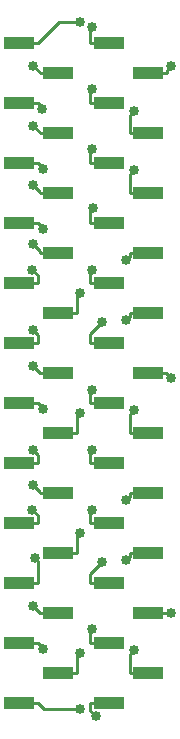
<source format=gbl>
G04 #@! TF.FileFunction,Copper,L2,Bot,Signal*
%FSLAX46Y46*%
G04 Gerber Fmt 4.6, Leading zero omitted, Abs format (unit mm)*
G04 Created by KiCad (PCBNEW 4.0.7-e2-6376~58~ubuntu16.04.1) date Sat Jan 13 09:47:37 2018*
%MOMM*%
%LPD*%
G01*
G04 APERTURE LIST*
%ADD10C,0.100000*%
%ADD11R,2.510000X1.000000*%
%ADD12C,0.850000*%
%ADD13C,0.250000*%
G04 APERTURE END LIST*
D10*
D11*
X143510000Y-81280000D03*
X143510000Y-86360000D03*
X143510000Y-91440000D03*
X143510000Y-96520000D03*
X143510000Y-101600000D03*
X143510000Y-106680000D03*
X143510000Y-111760000D03*
X143510000Y-116840000D03*
X143510000Y-121920000D03*
X143510000Y-127000000D03*
X143510000Y-132080000D03*
X140200000Y-78740000D03*
X140200000Y-83820000D03*
X140200000Y-88900000D03*
X140200000Y-93980000D03*
X140200000Y-99060000D03*
X140200000Y-104140000D03*
X140200000Y-109220000D03*
X140200000Y-114300000D03*
X140200000Y-119380000D03*
X140200000Y-124460000D03*
X140200000Y-129540000D03*
X140200000Y-134620000D03*
X135890000Y-81280000D03*
X135890000Y-86360000D03*
X135890000Y-91440000D03*
X135890000Y-96520000D03*
X135890000Y-101600000D03*
X135890000Y-106680000D03*
X135890000Y-111760000D03*
X135890000Y-116840000D03*
X135890000Y-121920000D03*
X135890000Y-127000000D03*
X135890000Y-132080000D03*
X132580000Y-78740000D03*
X132580000Y-83820000D03*
X132580000Y-88900000D03*
X132580000Y-93980000D03*
X132580000Y-99060000D03*
X132580000Y-104140000D03*
X132580000Y-109220000D03*
X132580000Y-114300000D03*
X132580000Y-119380000D03*
X132580000Y-124460000D03*
X132580000Y-129540000D03*
X132580000Y-134620000D03*
D12*
X145402500Y-80682100D03*
X142280700Y-84464400D03*
X142280700Y-89535000D03*
X141622600Y-97155000D03*
X141622600Y-102235000D03*
X145402500Y-107132500D03*
X142280700Y-109855000D03*
X141622600Y-117475000D03*
X141622600Y-122555000D03*
X145402500Y-127000000D03*
X142280700Y-130175000D03*
X138771300Y-77375000D03*
X138710600Y-82675900D03*
X138710600Y-87755900D03*
X138799600Y-92739900D03*
X138710600Y-97925500D03*
X139617500Y-102355300D03*
X138710600Y-108088700D03*
X138771300Y-113170900D03*
X138710600Y-118245500D03*
X139617500Y-122675300D03*
X138710600Y-128395900D03*
X139104700Y-135754300D03*
X137715300Y-76962800D03*
X133758700Y-80684700D03*
X134482600Y-84325100D03*
X133754200Y-85764700D03*
X134580600Y-89416000D03*
X133754300Y-90805000D03*
X134580600Y-94496000D03*
X133761300Y-95798700D03*
X133703900Y-97924900D03*
X137715300Y-99904200D03*
X133722500Y-103000500D03*
X133754100Y-106124400D03*
X134580600Y-109736000D03*
X137715300Y-110043000D03*
X133727100Y-113170900D03*
X133756600Y-116205000D03*
X133661700Y-118240100D03*
X137715300Y-120201200D03*
X133964400Y-122370600D03*
X133754100Y-126444400D03*
X134580600Y-130056000D03*
X137715300Y-130363000D03*
X137715300Y-135124900D03*
D13*
X145090300Y-80994300D02*
X145090300Y-81280000D01*
X145402500Y-80682100D02*
X145090300Y-80994300D01*
X143510000Y-81280000D02*
X145090300Y-81280000D01*
X141929700Y-84815400D02*
X141929700Y-86360000D01*
X142280700Y-84464400D02*
X141929700Y-84815400D01*
X143510000Y-86360000D02*
X141929700Y-86360000D01*
X141929700Y-89886000D02*
X141929700Y-91440000D01*
X142280700Y-89535000D02*
X141929700Y-89886000D01*
X143510000Y-91440000D02*
X141929700Y-91440000D01*
X143510000Y-96520000D02*
X141929700Y-96520000D01*
X141929700Y-96847900D02*
X141622600Y-97155000D01*
X141929700Y-96520000D02*
X141929700Y-96847900D01*
X143510000Y-101600000D02*
X141929700Y-101600000D01*
X141929700Y-101927900D02*
X141622600Y-102235000D01*
X141929700Y-101600000D02*
X141929700Y-101927900D01*
X145090300Y-106820300D02*
X145090300Y-106680000D01*
X145402500Y-107132500D02*
X145090300Y-106820300D01*
X143510000Y-106680000D02*
X145090300Y-106680000D01*
X141929700Y-110206000D02*
X141929700Y-111760000D01*
X142280700Y-109855000D02*
X141929700Y-110206000D01*
X143510000Y-111760000D02*
X141929700Y-111760000D01*
X143510000Y-116840000D02*
X141929700Y-116840000D01*
X141929700Y-117167900D02*
X141622600Y-117475000D01*
X141929700Y-116840000D02*
X141929700Y-117167900D01*
X143510000Y-121920000D02*
X141929700Y-121920000D01*
X141929700Y-122247900D02*
X141622600Y-122555000D01*
X141929700Y-121920000D02*
X141929700Y-122247900D01*
X145402500Y-127000000D02*
X143510000Y-127000000D01*
X141929700Y-130526000D02*
X141929700Y-132080000D01*
X142280700Y-130175000D02*
X141929700Y-130526000D01*
X143510000Y-132080000D02*
X141929700Y-132080000D01*
X140200000Y-78740000D02*
X138619700Y-78740000D01*
X138619700Y-77526600D02*
X138771300Y-77375000D01*
X138619700Y-78740000D02*
X138619700Y-77526600D01*
X140200000Y-83820000D02*
X138619700Y-83820000D01*
X138619700Y-82766800D02*
X138710600Y-82675900D01*
X138619700Y-83820000D02*
X138619700Y-82766800D01*
X140200000Y-88900000D02*
X138619700Y-88900000D01*
X138619700Y-87846800D02*
X138710600Y-87755900D01*
X138619700Y-88900000D02*
X138619700Y-87846800D01*
X138619700Y-92919800D02*
X138799600Y-92739900D01*
X138619700Y-93980000D02*
X138619700Y-92919800D01*
X140200000Y-93980000D02*
X138619700Y-93980000D01*
X140200000Y-99060000D02*
X138619700Y-99060000D01*
X138619700Y-98016400D02*
X138710600Y-97925500D01*
X138619700Y-99060000D02*
X138619700Y-98016400D01*
X140200000Y-104140000D02*
X138619700Y-104140000D01*
X138619700Y-103353100D02*
X139617500Y-102355300D01*
X138619700Y-104140000D02*
X138619700Y-103353100D01*
X140200000Y-109220000D02*
X138619700Y-109220000D01*
X138619700Y-108179600D02*
X138710600Y-108088700D01*
X138619700Y-109220000D02*
X138619700Y-108179600D01*
X138619700Y-113322500D02*
X138619700Y-114300000D01*
X138771300Y-113170900D02*
X138619700Y-113322500D01*
X140200000Y-114300000D02*
X138619700Y-114300000D01*
X140200000Y-119380000D02*
X138619700Y-119380000D01*
X138619700Y-118336400D02*
X138710600Y-118245500D01*
X138619700Y-119380000D02*
X138619700Y-118336400D01*
X140200000Y-124460000D02*
X138619700Y-124460000D01*
X138619700Y-123673100D02*
X139617500Y-122675300D01*
X138619700Y-124460000D02*
X138619700Y-123673100D01*
X140200000Y-129540000D02*
X138619700Y-129540000D01*
X138619700Y-128486800D02*
X138710600Y-128395900D01*
X138619700Y-129540000D02*
X138619700Y-128486800D01*
X138619700Y-135269300D02*
X139104700Y-135754300D01*
X138619700Y-134620000D02*
X138619700Y-135269300D01*
X140200000Y-134620000D02*
X138619700Y-134620000D01*
X132580000Y-78740000D02*
X134160300Y-78740000D01*
X135937500Y-76962800D02*
X137715300Y-76962800D01*
X134160300Y-78740000D02*
X135937500Y-76962800D01*
X134309700Y-81235700D02*
X133758700Y-80684700D01*
X134309700Y-81280000D02*
X134309700Y-81235700D01*
X135890000Y-81280000D02*
X134309700Y-81280000D01*
X132580000Y-83820000D02*
X134160300Y-83820000D01*
X134482600Y-84142300D02*
X134482600Y-84325100D01*
X134160300Y-83820000D02*
X134482600Y-84142300D01*
X134309700Y-86320200D02*
X133754200Y-85764700D01*
X134309700Y-86360000D02*
X134309700Y-86320200D01*
X135890000Y-86360000D02*
X134309700Y-86360000D01*
X132580000Y-88900000D02*
X134160300Y-88900000D01*
X134580600Y-89320300D02*
X134580600Y-89416000D01*
X134160300Y-88900000D02*
X134580600Y-89320300D01*
X134309700Y-91360400D02*
X133754300Y-90805000D01*
X134309700Y-91440000D02*
X134309700Y-91360400D01*
X135890000Y-91440000D02*
X134309700Y-91440000D01*
X132580000Y-93980000D02*
X134160300Y-93980000D01*
X134580600Y-94400300D02*
X134580600Y-94496000D01*
X134160300Y-93980000D02*
X134580600Y-94400300D01*
X134309700Y-96347100D02*
X133761300Y-95798700D01*
X134309700Y-96520000D02*
X134309700Y-96347100D01*
X135890000Y-96520000D02*
X134309700Y-96520000D01*
X132580000Y-99060000D02*
X134160300Y-99060000D01*
X134160300Y-98381300D02*
X133703900Y-97924900D01*
X134160300Y-99060000D02*
X134160300Y-98381300D01*
X135890000Y-101600000D02*
X137470300Y-101600000D01*
X137470300Y-100149200D02*
X137715300Y-99904200D01*
X137470300Y-101600000D02*
X137470300Y-100149200D01*
X132580000Y-104140000D02*
X134160300Y-104140000D01*
X134160300Y-103438300D02*
X133722500Y-103000500D01*
X134160300Y-104140000D02*
X134160300Y-103438300D01*
X135890000Y-106680000D02*
X134309700Y-106680000D01*
X134309700Y-106680000D02*
X133754100Y-106124400D01*
X132580000Y-109220000D02*
X134160300Y-109220000D01*
X134580600Y-109640300D02*
X134580600Y-109736000D01*
X134160300Y-109220000D02*
X134580600Y-109640300D01*
X135890000Y-111760000D02*
X137470300Y-111760000D01*
X137470300Y-110288000D02*
X137715300Y-110043000D01*
X137470300Y-111760000D02*
X137470300Y-110288000D01*
X132580000Y-114300000D02*
X134160300Y-114300000D01*
X134160300Y-113604100D02*
X134160300Y-114300000D01*
X133727100Y-113170900D02*
X134160300Y-113604100D01*
X134309700Y-116758100D02*
X133756600Y-116205000D01*
X134309700Y-116840000D02*
X134309700Y-116758100D01*
X135890000Y-116840000D02*
X134309700Y-116840000D01*
X132580000Y-119380000D02*
X134160300Y-119380000D01*
X134160300Y-118738700D02*
X134160300Y-119380000D01*
X133661700Y-118240100D02*
X134160300Y-118738700D01*
X135890000Y-121920000D02*
X137470300Y-121920000D01*
X137470300Y-120446200D02*
X137715300Y-120201200D01*
X137470300Y-121920000D02*
X137470300Y-120446200D01*
X134160300Y-122566500D02*
X134160300Y-124460000D01*
X133964400Y-122370600D02*
X134160300Y-122566500D01*
X132580000Y-124460000D02*
X134160300Y-124460000D01*
X135890000Y-127000000D02*
X134309700Y-127000000D01*
X134309700Y-127000000D02*
X133754100Y-126444400D01*
X132580000Y-129540000D02*
X134160300Y-129540000D01*
X134580600Y-129960300D02*
X134580600Y-130056000D01*
X134160300Y-129540000D02*
X134580600Y-129960300D01*
X135890000Y-132080000D02*
X137470300Y-132080000D01*
X137470300Y-130608000D02*
X137715300Y-130363000D01*
X137470300Y-132080000D02*
X137470300Y-130608000D01*
X132580000Y-134620000D02*
X134160300Y-134620000D01*
X134665200Y-135124900D02*
X137715300Y-135124900D01*
X134160300Y-134620000D02*
X134665200Y-135124900D01*
M02*

</source>
